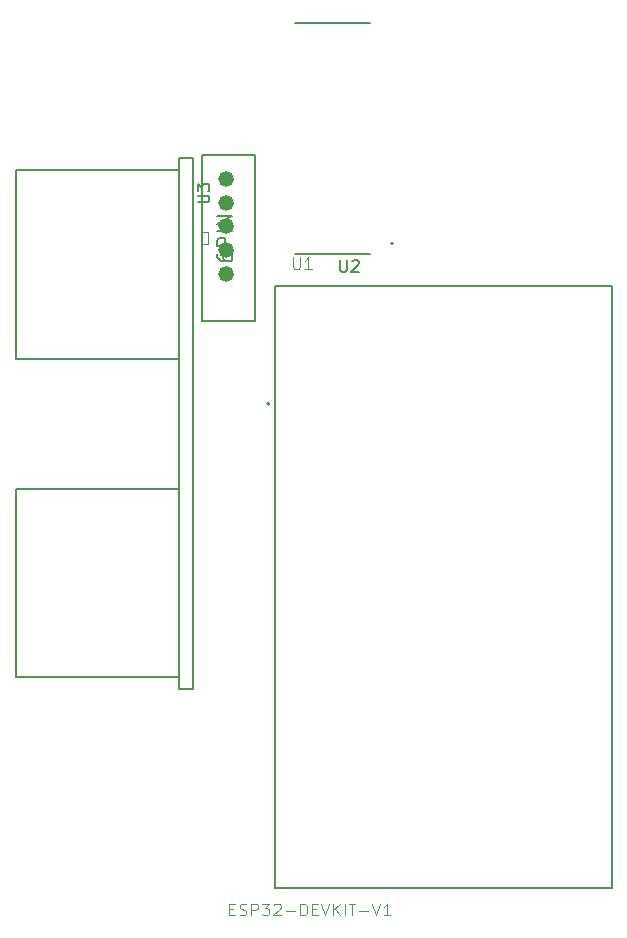
<source format=gbr>
%TF.GenerationSoftware,KiCad,Pcbnew,7.0.9*%
%TF.CreationDate,2023-11-29T15:21:19-05:00*%
%TF.ProjectId,Foodinator,466f6f64-696e-4617-946f-722e6b696361,rev?*%
%TF.SameCoordinates,Original*%
%TF.FileFunction,Legend,Top*%
%TF.FilePolarity,Positive*%
%FSLAX46Y46*%
G04 Gerber Fmt 4.6, Leading zero omitted, Abs format (unit mm)*
G04 Created by KiCad (PCBNEW 7.0.9) date 2023-11-29 15:21:19*
%MOMM*%
%LPD*%
G01*
G04 APERTURE LIST*
%ADD10C,0.050000*%
%ADD11C,0.150000*%
%ADD12C,0.127000*%
%ADD13C,0.200000*%
%ADD14C,0.066040*%
%ADD15C,1.320800*%
G04 APERTURE END LIST*
D10*
X99703095Y-77360019D02*
X99703095Y-78169542D01*
X99703095Y-78169542D02*
X99750714Y-78264780D01*
X99750714Y-78264780D02*
X99798333Y-78312400D01*
X99798333Y-78312400D02*
X99893571Y-78360019D01*
X99893571Y-78360019D02*
X100084047Y-78360019D01*
X100084047Y-78360019D02*
X100179285Y-78312400D01*
X100179285Y-78312400D02*
X100226904Y-78264780D01*
X100226904Y-78264780D02*
X100274523Y-78169542D01*
X100274523Y-78169542D02*
X100274523Y-77360019D01*
X101274523Y-78360019D02*
X100703095Y-78360019D01*
X100988809Y-78360019D02*
X100988809Y-77360019D01*
X100988809Y-77360019D02*
X100893571Y-77502876D01*
X100893571Y-77502876D02*
X100798333Y-77598114D01*
X100798333Y-77598114D02*
X100703095Y-77645733D01*
X94314286Y-132556209D02*
X94647619Y-132556209D01*
X94790476Y-133080019D02*
X94314286Y-133080019D01*
X94314286Y-133080019D02*
X94314286Y-132080019D01*
X94314286Y-132080019D02*
X94790476Y-132080019D01*
X95171429Y-133032400D02*
X95314286Y-133080019D01*
X95314286Y-133080019D02*
X95552381Y-133080019D01*
X95552381Y-133080019D02*
X95647619Y-133032400D01*
X95647619Y-133032400D02*
X95695238Y-132984780D01*
X95695238Y-132984780D02*
X95742857Y-132889542D01*
X95742857Y-132889542D02*
X95742857Y-132794304D01*
X95742857Y-132794304D02*
X95695238Y-132699066D01*
X95695238Y-132699066D02*
X95647619Y-132651447D01*
X95647619Y-132651447D02*
X95552381Y-132603828D01*
X95552381Y-132603828D02*
X95361905Y-132556209D01*
X95361905Y-132556209D02*
X95266667Y-132508590D01*
X95266667Y-132508590D02*
X95219048Y-132460971D01*
X95219048Y-132460971D02*
X95171429Y-132365733D01*
X95171429Y-132365733D02*
X95171429Y-132270495D01*
X95171429Y-132270495D02*
X95219048Y-132175257D01*
X95219048Y-132175257D02*
X95266667Y-132127638D01*
X95266667Y-132127638D02*
X95361905Y-132080019D01*
X95361905Y-132080019D02*
X95600000Y-132080019D01*
X95600000Y-132080019D02*
X95742857Y-132127638D01*
X96171429Y-133080019D02*
X96171429Y-132080019D01*
X96171429Y-132080019D02*
X96552381Y-132080019D01*
X96552381Y-132080019D02*
X96647619Y-132127638D01*
X96647619Y-132127638D02*
X96695238Y-132175257D01*
X96695238Y-132175257D02*
X96742857Y-132270495D01*
X96742857Y-132270495D02*
X96742857Y-132413352D01*
X96742857Y-132413352D02*
X96695238Y-132508590D01*
X96695238Y-132508590D02*
X96647619Y-132556209D01*
X96647619Y-132556209D02*
X96552381Y-132603828D01*
X96552381Y-132603828D02*
X96171429Y-132603828D01*
X97076191Y-132080019D02*
X97695238Y-132080019D01*
X97695238Y-132080019D02*
X97361905Y-132460971D01*
X97361905Y-132460971D02*
X97504762Y-132460971D01*
X97504762Y-132460971D02*
X97600000Y-132508590D01*
X97600000Y-132508590D02*
X97647619Y-132556209D01*
X97647619Y-132556209D02*
X97695238Y-132651447D01*
X97695238Y-132651447D02*
X97695238Y-132889542D01*
X97695238Y-132889542D02*
X97647619Y-132984780D01*
X97647619Y-132984780D02*
X97600000Y-133032400D01*
X97600000Y-133032400D02*
X97504762Y-133080019D01*
X97504762Y-133080019D02*
X97219048Y-133080019D01*
X97219048Y-133080019D02*
X97123810Y-133032400D01*
X97123810Y-133032400D02*
X97076191Y-132984780D01*
X98076191Y-132175257D02*
X98123810Y-132127638D01*
X98123810Y-132127638D02*
X98219048Y-132080019D01*
X98219048Y-132080019D02*
X98457143Y-132080019D01*
X98457143Y-132080019D02*
X98552381Y-132127638D01*
X98552381Y-132127638D02*
X98600000Y-132175257D01*
X98600000Y-132175257D02*
X98647619Y-132270495D01*
X98647619Y-132270495D02*
X98647619Y-132365733D01*
X98647619Y-132365733D02*
X98600000Y-132508590D01*
X98600000Y-132508590D02*
X98028572Y-133080019D01*
X98028572Y-133080019D02*
X98647619Y-133080019D01*
X99076191Y-132699066D02*
X99838096Y-132699066D01*
X100314286Y-133080019D02*
X100314286Y-132080019D01*
X100314286Y-132080019D02*
X100552381Y-132080019D01*
X100552381Y-132080019D02*
X100695238Y-132127638D01*
X100695238Y-132127638D02*
X100790476Y-132222876D01*
X100790476Y-132222876D02*
X100838095Y-132318114D01*
X100838095Y-132318114D02*
X100885714Y-132508590D01*
X100885714Y-132508590D02*
X100885714Y-132651447D01*
X100885714Y-132651447D02*
X100838095Y-132841923D01*
X100838095Y-132841923D02*
X100790476Y-132937161D01*
X100790476Y-132937161D02*
X100695238Y-133032400D01*
X100695238Y-133032400D02*
X100552381Y-133080019D01*
X100552381Y-133080019D02*
X100314286Y-133080019D01*
X101314286Y-132556209D02*
X101647619Y-132556209D01*
X101790476Y-133080019D02*
X101314286Y-133080019D01*
X101314286Y-133080019D02*
X101314286Y-132080019D01*
X101314286Y-132080019D02*
X101790476Y-132080019D01*
X102076191Y-132080019D02*
X102409524Y-133080019D01*
X102409524Y-133080019D02*
X102742857Y-132080019D01*
X103076191Y-133080019D02*
X103076191Y-132080019D01*
X103647619Y-133080019D02*
X103219048Y-132508590D01*
X103647619Y-132080019D02*
X103076191Y-132651447D01*
X104076191Y-133080019D02*
X104076191Y-132080019D01*
X104409524Y-132080019D02*
X104980952Y-132080019D01*
X104695238Y-133080019D02*
X104695238Y-132080019D01*
X105314286Y-132699066D02*
X106076191Y-132699066D01*
X106409524Y-132080019D02*
X106742857Y-133080019D01*
X106742857Y-133080019D02*
X107076190Y-132080019D01*
X107933333Y-133080019D02*
X107361905Y-133080019D01*
X107647619Y-133080019D02*
X107647619Y-132080019D01*
X107647619Y-132080019D02*
X107552381Y-132222876D01*
X107552381Y-132222876D02*
X107457143Y-132318114D01*
X107457143Y-132318114D02*
X107361905Y-132365733D01*
D11*
X93289726Y-77100974D02*
X93289726Y-77342879D01*
X93289726Y-77342879D02*
X93350202Y-77463831D01*
X93350202Y-77463831D02*
X93410678Y-77524307D01*
X93410678Y-77524307D02*
X93592107Y-77645260D01*
X93592107Y-77645260D02*
X93834011Y-77705736D01*
X93834011Y-77705736D02*
X94317821Y-77705736D01*
X94317821Y-77705736D02*
X94438773Y-77645260D01*
X94438773Y-77645260D02*
X94499250Y-77584783D01*
X94499250Y-77584783D02*
X94559726Y-77463831D01*
X94559726Y-77463831D02*
X94559726Y-77221926D01*
X94559726Y-77221926D02*
X94499250Y-77100974D01*
X94499250Y-77100974D02*
X94438773Y-77040498D01*
X94438773Y-77040498D02*
X94317821Y-76980021D01*
X94317821Y-76980021D02*
X94015440Y-76980021D01*
X94015440Y-76980021D02*
X93894488Y-77040498D01*
X93894488Y-77040498D02*
X93834011Y-77100974D01*
X93834011Y-77100974D02*
X93773535Y-77221926D01*
X93773535Y-77221926D02*
X93773535Y-77463831D01*
X93773535Y-77463831D02*
X93834011Y-77584783D01*
X93834011Y-77584783D02*
X93894488Y-77645260D01*
X93894488Y-77645260D02*
X94015440Y-77705736D01*
X94559726Y-76435736D02*
X93289726Y-76435736D01*
X93289726Y-76435736D02*
X93289726Y-75951926D01*
X93289726Y-75951926D02*
X93350202Y-75830974D01*
X93350202Y-75830974D02*
X93410678Y-75770497D01*
X93410678Y-75770497D02*
X93531630Y-75710021D01*
X93531630Y-75710021D02*
X93713059Y-75710021D01*
X93713059Y-75710021D02*
X93834011Y-75770497D01*
X93834011Y-75770497D02*
X93894488Y-75830974D01*
X93894488Y-75830974D02*
X93954964Y-75951926D01*
X93954964Y-75951926D02*
X93954964Y-76435736D01*
X94559726Y-75165736D02*
X93289726Y-75165736D01*
X94559726Y-74560974D02*
X93289726Y-74560974D01*
X93289726Y-74560974D02*
X94559726Y-73835259D01*
X94559726Y-73835259D02*
X93289726Y-73835259D01*
X91622829Y-72717250D02*
X92432774Y-72717250D01*
X92432774Y-72717250D02*
X92528062Y-72669607D01*
X92528062Y-72669607D02*
X92575706Y-72621963D01*
X92575706Y-72621963D02*
X92623349Y-72526675D01*
X92623349Y-72526675D02*
X92623349Y-72336100D01*
X92623349Y-72336100D02*
X92575706Y-72240812D01*
X92575706Y-72240812D02*
X92528062Y-72193169D01*
X92528062Y-72193169D02*
X92432774Y-72145525D01*
X92432774Y-72145525D02*
X91622829Y-72145525D01*
X91622829Y-71764374D02*
X91622829Y-71145005D01*
X91622829Y-71145005D02*
X92003980Y-71478511D01*
X92003980Y-71478511D02*
X92003980Y-71335580D01*
X92003980Y-71335580D02*
X92051624Y-71240292D01*
X92051624Y-71240292D02*
X92099267Y-71192648D01*
X92099267Y-71192648D02*
X92194555Y-71145005D01*
X92194555Y-71145005D02*
X92432774Y-71145005D01*
X92432774Y-71145005D02*
X92528062Y-71192648D01*
X92528062Y-71192648D02*
X92575706Y-71240292D01*
X92575706Y-71240292D02*
X92623349Y-71335580D01*
X92623349Y-71335580D02*
X92623349Y-71621443D01*
X92623349Y-71621443D02*
X92575706Y-71716730D01*
X92575706Y-71716730D02*
X92528062Y-71764374D01*
X103693095Y-77599819D02*
X103693095Y-78409342D01*
X103693095Y-78409342D02*
X103740714Y-78504580D01*
X103740714Y-78504580D02*
X103788333Y-78552200D01*
X103788333Y-78552200D02*
X103883571Y-78599819D01*
X103883571Y-78599819D02*
X104074047Y-78599819D01*
X104074047Y-78599819D02*
X104169285Y-78552200D01*
X104169285Y-78552200D02*
X104216904Y-78504580D01*
X104216904Y-78504580D02*
X104264523Y-78409342D01*
X104264523Y-78409342D02*
X104264523Y-77599819D01*
X104693095Y-77695057D02*
X104740714Y-77647438D01*
X104740714Y-77647438D02*
X104835952Y-77599819D01*
X104835952Y-77599819D02*
X105074047Y-77599819D01*
X105074047Y-77599819D02*
X105169285Y-77647438D01*
X105169285Y-77647438D02*
X105216904Y-77695057D01*
X105216904Y-77695057D02*
X105264523Y-77790295D01*
X105264523Y-77790295D02*
X105264523Y-77885533D01*
X105264523Y-77885533D02*
X105216904Y-78028390D01*
X105216904Y-78028390D02*
X104645476Y-78599819D01*
X104645476Y-78599819D02*
X105264523Y-78599819D01*
D12*
%TO.C,U1*%
X98175000Y-79785000D02*
X109244000Y-79785000D01*
X98175000Y-79785000D02*
X126685000Y-79785000D01*
X98175000Y-130735000D02*
X98175000Y-79785000D01*
X98175000Y-130735000D02*
X98175000Y-79785000D01*
X98175000Y-130735000D02*
X103545000Y-130735000D01*
X103545000Y-130735000D02*
X121235000Y-130735000D01*
X109244000Y-79785000D02*
X115955000Y-79785000D01*
X115955000Y-79785000D02*
X126685000Y-79785000D01*
X121235000Y-130735000D02*
X126685000Y-130735000D01*
X126685000Y-79785000D02*
X126685000Y-130735000D01*
X126685000Y-79785000D02*
X126685000Y-130735000D01*
X126685000Y-130735000D02*
X98175000Y-130735000D01*
D13*
X97705000Y-89745000D02*
G75*
G03*
X97705000Y-89745000I-100000J0D01*
G01*
D12*
%TO.C,JP2*%
X96479360Y-68742560D02*
X96479360Y-82737960D01*
X91981020Y-68742560D02*
X96479360Y-68742560D01*
X91981020Y-68742560D02*
X91981020Y-82737960D01*
D14*
X92481400Y-75242420D02*
X92481400Y-76238100D01*
X91981020Y-75242420D02*
X92481400Y-75242420D01*
X91981020Y-75242420D02*
X91981020Y-76238100D01*
X91981020Y-76238100D02*
X92481400Y-76238100D01*
D12*
X91981020Y-82737960D02*
X96479360Y-82737960D01*
%TO.C,U3*%
X91215000Y-68940000D02*
X91215000Y-113940000D01*
X90015000Y-68940000D02*
X91215000Y-68940000D01*
X90015000Y-69940000D02*
X90015000Y-68940000D01*
X90015000Y-69940000D02*
X76215000Y-69940000D01*
X76215000Y-69940000D02*
X76215000Y-85940000D01*
X90015000Y-85940000D02*
X90015000Y-69940000D01*
X90015000Y-85940000D02*
X76215000Y-85940000D01*
X90015000Y-96940000D02*
X90015000Y-85940000D01*
X90015000Y-96940000D02*
X76215000Y-96940000D01*
X76215000Y-96940000D02*
X76215000Y-112940000D01*
X90015000Y-112940000D02*
X90015000Y-96940000D01*
X90015000Y-112940000D02*
X76215000Y-112940000D01*
X91215000Y-113940000D02*
X90015000Y-113940000D01*
X90015000Y-113940000D02*
X90015000Y-112940000D01*
%TO.C,U2*%
X106205000Y-77085000D02*
X99855000Y-77085000D01*
X106205000Y-57535000D02*
X99855000Y-57535000D01*
D13*
X108165000Y-76200000D02*
G75*
G03*
X108165000Y-76200000I-100000J0D01*
G01*
%TD*%
D15*
%TO.C,JP2*%
X93980000Y-78740000D03*
X93980000Y-76738480D03*
X93980000Y-74742040D03*
X93980000Y-72740520D03*
X93980000Y-70741540D03*
%TD*%
M02*

</source>
